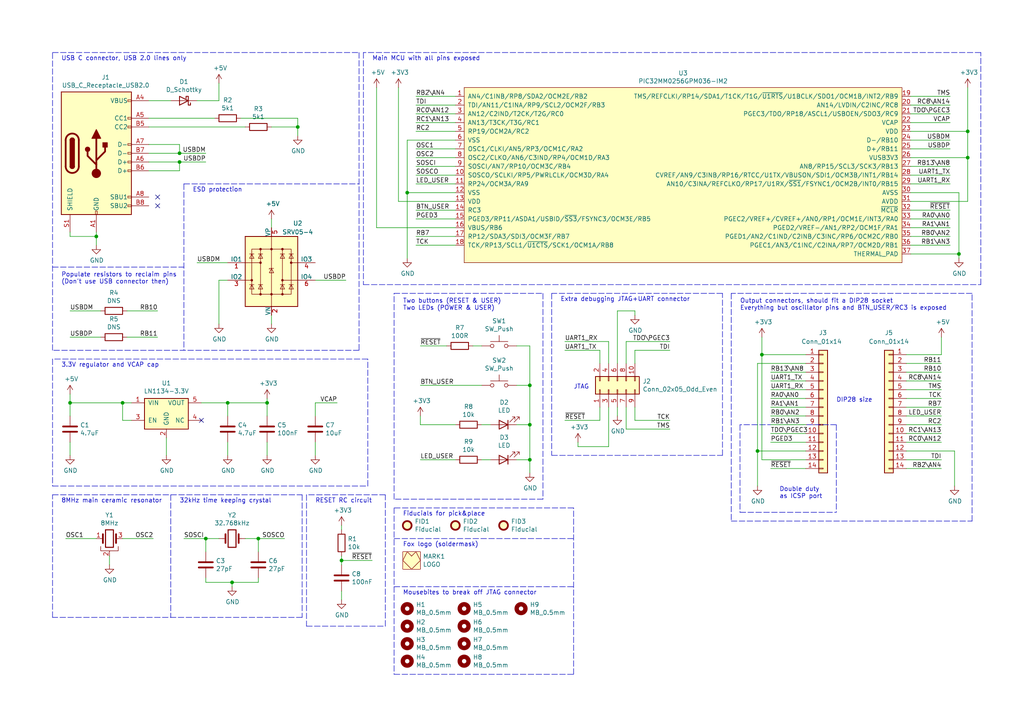
<source format=kicad_sch>
(kicad_sch (version 20211123) (generator eeschema)
  (paper "A4")
  (title_block (title "Green fox PIC32MM board") (date "2021-01-17") (rev "Rev1") (company "Neofoxx") (comment 3 "Fits in DIP28 socket, with breakaway programming header") (comment 4 "PIC32MM \"Green fox\" dev board"))
  (lib_symbols
    (symbol "Connector:USB_C_Receptacle_USB2.0" (pin_names (offset 1.016))
      (property "Reference" "J" (at -10.16 19.05 0))
      (property "Value" "USB_C_Receptacle_USB2.0" (at 19.05 19.05 0))
      (symbol "USB_C_Receptacle_USB2.0_1_1"
        (pin passive line (at 0 -22.86 90) (length 5.08) (name "GND") (number "A1"))
        (pin passive line (at 0 -22.86 90) (length 5.08) hide (name "GND") (number "A12"))
        (pin passive line (at 15.24 15.24 180) (length 5.08) (name "VBUS") (number "A4"))
        (pin bidirectional line (at 15.24 10.16 180) (length 5.08) (name "CC1") (number "A5"))
        (pin bidirectional line (at 15.24 -2.54 180) (length 5.08) (name "D+") (number "A6"))
        (pin bidirectional line (at 15.24 2.54 180) (length 5.08) (name "D-") (number "A7"))
        (pin bidirectional line (at 15.24 -12.7 180) (length 5.08) (name "SBU1") (number "A8"))
        (pin passive line (at 15.24 15.24 180) (length 5.08) hide (name "VBUS") (number "A9"))
        (pin passive line (at 0 -22.86 90) (length 5.08) hide (name "GND") (number "B1"))
        (pin passive line (at 0 -22.86 90) (length 5.08) hide (name "GND") (number "B12"))
        (pin passive line (at 15.24 15.24 180) (length 5.08) hide (name "VBUS") (number "B4"))
        (pin bidirectional line (at 15.24 7.62 180) (length 5.08) (name "CC2") (number "B5"))
        (pin bidirectional line (at 15.24 -5.08 180) (length 5.08) (name "D+") (number "B6"))
        (pin bidirectional line (at 15.24 0 180) (length 5.08) (name "D-") (number "B7"))
        (pin bidirectional line (at 15.24 -15.24 180) (length 5.08) (name "SBU2") (number "B8"))
        (pin passive line (at 15.24 15.24 180) (length 5.08) hide (name "VBUS") (number "B9"))
        (pin passive line (at -7.62 -22.86 90) (length 5.08) (name "SHIELD") (number "S1"))
      )
    )
    (symbol "Connector_Generic:Conn_01x14" (pin_names (offset 1.016) hide)
      (property "Reference" "J" (at 0 17.78 0))
      (property "Value" "Conn_01x14" (at 0 -20.32 0))
      (symbol "Conn_01x14_1_1"
        (pin passive line (at -5.08 15.24 0) (length 3.81) (name "Pin_1") (number "1"))
        (pin passive line (at -5.08 -7.62 0) (length 3.81) (name "Pin_10") (number "10"))
        (pin passive line (at -5.08 -10.16 0) (length 3.81) (name "Pin_11") (number "11"))
        (pin passive line (at -5.08 -12.7 0) (length 3.81) (name "Pin_12") (number "12"))
        (pin passive line (at -5.08 -15.24 0) (length 3.81) (name "Pin_13") (number "13"))
        (pin passive line (at -5.08 -17.78 0) (length 3.81) (name "Pin_14") (number "14"))
        (pin passive line (at -5.08 12.7 0) (length 3.81) (name "Pin_2") (number "2"))
        (pin passive line (at -5.08 10.16 0) (length 3.81) (name "Pin_3") (number "3"))
        (pin passive line (at -5.08 7.62 0) (length 3.81) (name "Pin_4") (number "4"))
        (pin passive line (at -5.08 5.08 0) (length 3.81) (name "Pin_5") (number "5"))
        (pin passive line (at -5.08 2.54 0) (length 3.81) (name "Pin_6") (number "6"))
        (pin passive line (at -5.08 0 0) (length 3.81) (name "Pin_7") (number "7"))
        (pin passive line (at -5.08 -2.54 0) (length 3.81) (name "Pin_8") (number "8"))
        (pin passive line (at -5.08 -5.08 0) (length 3.81) (name "Pin_9") (number "9"))
      )
    )
    (symbol "Connector_Generic:Conn_02x05_Odd_Even" (pin_names (offset 1.016) hide)
      (property "Reference" "J" (at 1.27 7.62 0))
      (property "Value" "Conn_02x05_Odd_Even" (at 1.27 -7.62 0))
      (symbol "Conn_02x05_Odd_Even_1_1"
        (pin passive line (at -5.08 5.08 0) (length 3.81) (name "Pin_1") (number "1"))
        (pin passive line (at 7.62 -5.08 180) (length 3.81) (name "Pin_10") (number "10"))
        (pin passive line (at 7.62 5.08 180) (length 3.81) (name "Pin_2") (number "2"))
        (pin passive line (at -5.08 2.54 0) (length 3.81) (name "Pin_3") (number "3"))
        (pin passive line (at 7.62 2.54 180) (length 3.81) (name "Pin_4") (number "4"))
        (pin passive line (at -5.08 0 0) (length 3.81) (name "Pin_5") (number "5"))
        (pin passive line (at 7.62 0 180) (length 3.81) (name "Pin_6") (number "6"))
        (pin passive line (at -5.08 -2.54 0) (length 3.81) (name "Pin_7") (number "7"))
        (pin passive line (at 7.62 -2.54 180) (length 3.81) (name "Pin_8") (number "8"))
        (pin passive line (at -5.08 -5.08 0) (length 3.81) (name "Pin_9") (number "9"))
      )
    )
    (symbol "Device:C" (pin_numbers hide) (pin_names (offset 0.254))
      (property "Reference" "C" (at 0.635 2.54 0))
      (property "Value" "C" (at 0.635 -2.54 0))
      (symbol "C_1_1"
        (pin passive line (at 0 3.81 270) (length 2.794) (name "~") (number "1"))
        (pin passive line (at 0 -3.81 90) (length 2.794) (name "~") (number "2"))
      )
    )
    (symbol "Device:Crystal" (pin_numbers hide) (pin_names (offset 1.016) hide)
      (property "Reference" "Y" (at 0 3.81 0))
      (property "Value" "Crystal" (at 0 -3.81 0))
      (symbol "Crystal_1_1"
        (pin passive line (at -3.81 0 0) (length 1.27) (name "1") (number "1"))
        (pin passive line (at 3.81 0 180) (length 1.27) (name "2") (number "2"))
      )
    )
    (symbol "Device:Crystal_GND2" (pin_names (offset 1.016) hide)
      (property "Reference" "Y" (at 0 5.715 0))
      (property "Value" "Crystal_GND2" (at 0 3.81 0))
      (symbol "Crystal_GND2_1_1"
        (pin passive line (at -3.81 0 0) (length 1.27) (name "1") (number "1"))
        (pin passive line (at 0 -5.08 90) (length 1.27) (name "2") (number "2"))
        (pin passive line (at 3.81 0 180) (length 1.27) (name "3") (number "3"))
      )
    )
    (symbol "Device:D_Schottky" (pin_numbers hide) (pin_names (offset 1.016) hide)
      (property "Reference" "D" (at 0 2.54 0))
      (property "Value" "D_Schottky" (at 0 -2.54 0))
      (symbol "D_Schottky_1_1"
        (pin passive line (at -3.81 0 0) (length 2.54) (name "K") (number "1"))
        (pin passive line (at 3.81 0 180) (length 2.54) (name "A") (number "2"))
      )
    )
    (symbol "Device:LED" (pin_numbers hide) (pin_names (offset 1.016) hide)
      (property "Reference" "D" (at 0 2.54 0))
      (property "Value" "LED" (at 0 -2.54 0))
      (symbol "LED_1_1"
        (pin passive line (at -3.81 0 0) (length 2.54) (name "K") (number "1"))
        (pin passive line (at 3.81 0 180) (length 2.54) (name "A") (number "2"))
      )
    )
    (symbol "Device:R" (pin_numbers hide) (pin_names (offset 0))
      (property "Reference" "R" (at 2.032 0 90))
      (property "Value" "R" (at 0 0 90))
      (symbol "R_1_1"
        (pin passive line (at 0 3.81 270) (length 1.27) (name "~") (number "1"))
        (pin passive line (at 0 -3.81 90) (length 1.27) (name "~") (number "2"))
      )
    )
    (symbol "Kicad_Library:LN1134-3.3V" (pin_names (offset 1.016))
      (property "Reference" "U" (at 0 8.89 0))
      (property "Value" "Kicad_Library_LN1134-3.3V" (at 0 6.35 0))
      (symbol "LN1134-3.3V_1_1"
        (pin power_in line (at -10.16 2.54 0) (length 3.81) (name "VIN") (number "1"))
        (pin power_in line (at 0 -7.62 90) (length 2.54) (name "GND") (number "2"))
        (pin input line (at -10.16 -2.54 0) (length 3.81) (name "EN") (number "3"))
        (pin bidirectional line (at 10.16 -2.54 180) (length 3.81) (name "NC") (number "4"))
        (pin power_out line (at 10.16 2.54 180) (length 3.81) (name "VOUT") (number "5"))
      )
    )
    (symbol "Kicad_Library:LOGO" (pin_names (offset 1.016))
      (property "Reference" "MARK" (at 0 3.81 0))
      (property "Value" "Kicad_Library_LOGO" (at 0 6.35 0))
    )
    (symbol "Kicad_Library:PIC32MM0256GPM036-IM2" (pin_names (offset 1.016))
      (property "Reference" "U" (at 0 27.94 0))
      (property "Value" "Kicad_Library_PIC32MM0256GPM036-IM2" (at 0 30.48 0))
      (symbol "PIC32MM0256GPM036-IM2_1_1"
        (pin passive line (at -66.04 21.59 0) (length 2.54) (name "AN4/C1INB/RP8/SDA2/OCM2E/RB2") (number "1"))
        (pin passive line (at -66.04 -1.27 0) (length 2.54) (name "SOSCO/SCLKI/RP5/PWRLCLK/OCM3D/RA4") (number "10"))
        (pin passive line (at -66.04 -3.81 0) (length 2.54) (name "RP24/OCM3A/RA9") (number "11"))
        (pin passive line (at -66.04 -6.35 0) (length 2.54) (name "VSS") (number "12"))
        (pin passive line (at -66.04 -8.89 0) (length 2.54) (name "VDD") (number "13"))
        (pin passive line (at -66.04 -11.43 0) (length 2.54) (name "RC3") (number "14"))
        (pin passive line (at -66.04 -13.97 0) (length 2.54) (name "PGED3/RP11/ASDA1/USBID/~{SS3}/FSYNC3/OCM3E/RB5") (number "15"))
        (pin passive line (at -66.04 -16.51 0) (length 2.54) (name "VBUS/RB6") (number "16"))
        (pin passive line (at -66.04 -19.05 0) (length 2.54) (name "RP12/SDA3/SDI3/OCM3F/RB7") (number "17"))
        (pin passive line (at -66.04 -21.59 0) (length 2.54) (name "TCK/RP13/SCL1/~{U1CTS}/SCK1/OCM1A/RB8") (number "18"))
        (pin passive line (at 66.04 21.59 180) (length 2.54) (name "TMS/REFCLKI/RP14/SDA1/T1CK/T1G/~{U1RTS}/U1BCLK/SDO1/OCM1B/INT2/RB9") (number "19"))
        (pin passive line (at -66.04 19.05 0) (length 2.54) (name "TDI/AN11/C1INA/RP9/SCL2/OCM2F/RB3") (number "2"))
        (pin passive line (at 66.04 19.05 180) (length 2.54) (name "AN14/LVDIN/C2INC/RC8") (number "20"))
        (pin passive line (at 66.04 16.51 180) (length 2.54) (name "PGEC3/TDO/RP18/ASCL1/USBOEN/SDO3/RC9") (number "21"))
        (pin passive line (at 66.04 13.97 180) (length 2.54) (name "VCAP") (number "22"))
        (pin passive line (at 66.04 11.43 180) (length 2.54) (name "VDD") (number "23"))
        (pin passive line (at 66.04 8.89 180) (length 2.54) (name "D-/RB10") (number "24"))
        (pin passive line (at 66.04 6.35 180) (length 2.54) (name "D+/RB11") (number "25"))
        (pin passive line (at 66.04 3.81 180) (length 2.54) (name "VUSB3V3") (number "26"))
        (pin passive line (at 66.04 1.27 180) (length 2.54) (name "AN8/RP15/SCL3/SCK3/RB13") (number "27"))
        (pin passive line (at 66.04 -1.27 180) (length 2.54) (name "CVREF/AN9/C3INB/RP16/RTCC/U1TX/VBUSON/SDI1/OCM3B/INT1/RB14") (number "28"))
        (pin passive line (at 66.04 -3.81 180) (length 2.54) (name "AN10/C3INA/REFCLKO/RP17/U1RX/~{SS1}/FSYNC1/OCM2B/INT0/RB15") (number "29"))
        (pin passive line (at -66.04 16.51 0) (length 2.54) (name "AN12/C2IND/T2CK/T2G/RC0") (number "3"))
        (pin passive line (at 66.04 -6.35 180) (length 2.54) (name "AVSS") (number "30"))
        (pin passive line (at 66.04 -8.89 180) (length 2.54) (name "AVDD") (number "31"))
        (pin passive line (at 66.04 -11.43 180) (length 2.54) (name "~{MCLR}") (number "32"))
        (pin passive line (at 66.04 -13.97 180) (length 2.54) (name "PGEC2/VREF+/CVREF+/AN0/RP1/OCM1E/INT3/RA0") (number "33"))
        (pin passive line (at 66.04 -16.51 180) (length 2.54) (name "PGED2/VREF-/AN1/RP2/OCM1F/RA1") (number "34"))
        (pin passive line (at 66.04 -19.05 180) (length 2.54) (name "PGED1/AN2/C1IND/C2INB/C3INC/RP6/OCM2C/RB0") (number "35"))
        (pin passive line (at 66.04 -21.59 180) (length 2.54) (name "PGEC1/AN3/C1INC/C2INA/RP7/OCM2D/RB1") (number "36"))
        (pin passive line (at 66.04 -24.13 180) (length 2.54) (name "THERMAL_PAD") (number "37"))
        (pin passive line (at -66.04 13.97 0) (length 2.54) (name "AN13/T3CK/T3G/RC1") (number "4"))
        (pin passive line (at -66.04 11.43 0) (length 2.54) (name "RP19/OCM2A/RC2") (number "5"))
        (pin passive line (at -66.04 8.89 0) (length 2.54) (name "VSS") (number "6"))
        (pin passive line (at -66.04 6.35 0) (length 2.54) (name "OSC1/CLKI/AN5/RP3/OCM1C/RA2") (number "7"))
        (pin passive line (at -66.04 3.81 0) (length 2.54) (name "OSC2/CLKO/AN6/C3IND/RP4/OCM1D/RA3") (number "8"))
        (pin passive line (at -66.04 1.27 0) (length 2.54) (name "SOSCI/AN7/RP10/OCM3C/RB4") (number "9"))
      )
    )
    (symbol "Mechanical:Fiducial"
      (property "Reference" "FID" (at 0 5.08 0))
      (property "Value" "Fiducial" (at 0 3.175 0))
    )
    (symbol "Mechanical:MountingHole" (pin_names (offset 1.016))
      (property "Reference" "H" (at 0 5.08 0))
      (property "Value" "MountingHole" (at 0 3.175 0))
    )
    (symbol "Power_Protection:SRV05-4" (pin_names (offset 0))
      (property "Reference" "U" (at -5.08 11.43 0))
      (property "Value" "SRV05-4" (at 2.54 11.43 0))
      (symbol "SRV05-4_1_1"
        (pin passive line (at -12.7 2.54 0) (length 5.08) (name "IO1") (number "1"))
        (pin passive line (at 0 -12.7 90) (length 2.54) (name "VN") (number "2"))
        (pin passive line (at -12.7 -2.54 0) (length 5.08) (name "IO2") (number "3"))
        (pin passive line (at 12.7 2.54 180) (length 5.08) (name "IO3") (number "4"))
        (pin passive line (at 0 12.7 270) (length 2.54) (name "VP") (number "5"))
        (pin passive line (at 12.7 -2.54 180) (length 5.08) (name "IO4") (number "6"))
      )
    )
    (symbol "Switch:SW_Push" (pin_numbers hide) (pin_names (offset 1.016) hide)
      (property "Reference" "SW" (at 1.27 2.54 0))
      (property "Value" "SW_Push" (at 0 -1.524 0))
      (symbol "SW_Push_0_1"
        (pin passive line (at -5.08 0 0) (length 2.54) (name "1") (number "1"))
        (pin passive line (at 5.08 0 180) (length 2.54) (name "2") (number "2"))
      )
    )
    (symbol "power:+3V3" (power) (pin_names (offset 0))
      (property "Value" "+3V3" (at 0 3.556 0))
      (symbol "+3V3_1_1"
        (pin power_in line (at 0 0 90) (length 0) hide (name "+3V3") (number "1"))
      )
    )
    (symbol "power:+5V" (power) (pin_names (offset 0))
      (property "Value" "+5V" (at 0 3.556 0))
      (symbol "+5V_1_1"
        (pin power_in line (at 0 0 90) (length 0) hide (name "+5V") (number "1"))
      )
    )
    (symbol "power:GND" (power) (pin_names (offset 0))
      (property "Value" "GND" (at 0 -3.81 0))
      (symbol "GND_1_1"
        (pin power_in line (at 0 0 270) (length 0) hide (name "GND") (number "1"))
      )
    )
  )
  (junction (at 20.32 116.84))
  (junction (at 77.47 116.84))
  (junction (at 153.67 111.76))
  (junction (at 74.93 156.21))
  (junction (at 66.04 116.84))
  (junction (at 278.13 73.66))
  (junction (at 52.07 44.45))
  (junction (at 118.11 55.88))
  (junction (at 59.69 156.21))
  (junction (at 219.71 130.81))
  (junction (at 52.07 46.99))
  (junction (at 280.67 45.72))
  (junction (at 86.36 36.83))
  (junction (at 280.67 38.1))
  (junction (at 99.06 162.56))
  (junction (at 67.31 168.91))
  (junction (at 220.98 102.87))
  (junction (at 35.56 116.84))
  (junction (at 153.67 133.35))
  (junction (at 27.94 68.58))
  (junction (at 153.67 123.19))
  (no_connect (at 45.72 57.15))
  (no_connect (at 58.42 121.92))
  (no_connect (at 45.72 59.69))
  (wire (pts (xy 121.92 123.19) (xy 121.92 120.65)))
  (wire (pts (xy 115.57 25.4) (xy 115.57 58.42)))
  (wire (pts (xy 132.08 123.19) (xy 121.92 123.19)))
  (wire (pts (xy 181.61 124.46) (xy 194.31 124.46)))
  (polyline (pts (xy 160.02 85.09) (xy 160.02 132.08)))
  (wire (pts (xy 91.44 116.84) (xy 97.79 116.84)))
  (wire (pts (xy 264.16 53.34) (xy 275.59 53.34)))
  (wire (pts (xy 153.67 100.33) (xy 153.67 111.76)))
  (polyline (pts (xy 166.37 147.32) (xy 114.3 147.32)))
  (wire (pts (xy 233.68 135.89) (xy 223.52 135.89)))
  (wire (pts (xy 264.16 58.42) (xy 280.67 58.42)))
  (wire (pts (xy 91.44 132.08) (xy 91.44 128.27)))
  (wire (pts (xy 120.65 27.94) (xy 132.08 27.94)))
  (polyline (pts (xy 209.55 85.09) (xy 160.02 85.09)))
  (wire (pts (xy 132.08 68.58) (xy 120.65 68.58)))
  (wire (pts (xy 99.06 173.99) (xy 99.06 171.45)))
  (wire (pts (xy 264.16 55.88) (xy 278.13 55.88)))
  (wire (pts (xy 48.26 127) (xy 48.26 132.08)))
  (wire (pts (xy 120.65 43.18) (xy 132.08 43.18)))
  (wire (pts (xy 149.86 133.35) (xy 153.67 133.35)))
  (polyline (pts (xy 114.3 147.32) (xy 114.3 195.58)))
  (wire (pts (xy 264.16 73.66) (xy 278.13 73.66)))
  (polyline (pts (xy 281.94 85.09) (xy 212.09 85.09)))
  (wire (pts (xy 120.65 71.12) (xy 132.08 71.12)))
  (polyline (pts (xy 114.3 144.78) (xy 114.3 85.09)))
  (polyline (pts (xy 49.53 143.51) (xy 49.53 179.07)))
  (wire (pts (xy 120.65 45.72) (xy 132.08 45.72)))
  (polyline (pts (xy 111.76 143.51) (xy 88.9 143.51)))
  (wire (pts (xy 273.05 102.87) (xy 273.05 97.79)))
  (wire (pts (xy 276.86 130.81) (xy 276.86 140.97)))
  (polyline (pts (xy 284.48 82.55) (xy 284.48 15.24)))
  (wire (pts (xy 132.08 133.35) (xy 121.92 133.35)))
  (wire (pts (xy 280.67 45.72) (xy 280.67 58.42)))
  (polyline (pts (xy 15.24 101.6) (xy 15.24 15.24)))
  (wire (pts (xy 264.16 66.04) (xy 275.59 66.04)))
  (wire (pts (xy 27.94 68.58) (xy 27.94 71.12)))
  (wire (pts (xy 36.83 90.17) (xy 45.72 90.17)))
  (wire (pts (xy 63.5 29.21) (xy 63.5 24.13)))
  (wire (pts (xy 233.68 123.19) (xy 223.52 123.19)))
  (wire (pts (xy 58.42 116.84) (xy 66.04 116.84)))
  (polyline (pts (xy 242.57 123.19) (xy 214.63 123.19)))
  (wire (pts (xy 262.89 105.41) (xy 273.05 105.41)))
  (wire (pts (xy 91.44 81.28) (xy 100.33 81.28)))
  (polyline (pts (xy 284.48 15.24) (xy 105.41 15.24)))
  (wire (pts (xy 273.05 125.73) (xy 262.89 125.73)))
  (wire (pts (xy 132.08 38.1) (xy 120.65 38.1)))
  (wire (pts (xy 35.56 121.92) (xy 35.56 116.84)))
  (wire (pts (xy 99.06 162.56) (xy 107.95 162.56)))
  (wire (pts (xy 233.68 128.27) (xy 223.52 128.27)))
  (wire (pts (xy 59.69 156.21) (xy 53.34 156.21)))
  (wire (pts (xy 77.47 116.84) (xy 77.47 115.57)))
  (wire (pts (xy 43.18 34.29) (xy 62.23 34.29)))
  (wire (pts (xy 109.22 66.04) (xy 109.22 25.4)))
  (wire (pts (xy 233.68 105.41) (xy 219.71 105.41)))
  (polyline (pts (xy 114.3 195.58) (xy 166.37 195.58)))
  (wire (pts (xy 262.89 110.49) (xy 273.05 110.49)))
  (wire (pts (xy 77.47 128.27) (xy 77.47 132.08)))
  (wire (pts (xy 278.13 55.88) (xy 278.13 73.66)))
  (wire (pts (xy 273.05 135.89) (xy 262.89 135.89)))
  (wire (pts (xy 153.67 133.35) (xy 153.67 137.16)))
  (polyline (pts (xy 104.14 101.6) (xy 15.24 101.6)))
  (wire (pts (xy 184.15 101.6) (xy 194.31 101.6)))
  (wire (pts (xy 43.18 29.21) (xy 49.53 29.21)))
  (polyline (pts (xy 114.3 170.18) (xy 166.37 170.18)))
  (wire (pts (xy 264.16 38.1) (xy 280.67 38.1)))
  (wire (pts (xy 233.68 115.57) (xy 223.52 115.57)))
  (wire (pts (xy 78.74 36.83) (xy 86.36 36.83)))
  (wire (pts (xy 142.24 123.19) (xy 139.7 123.19)))
  (polyline (pts (xy 212.09 151.13) (xy 281.94 151.13)))
  (wire (pts (xy 78.74 93.98) (xy 78.74 91.44)))
  (polyline (pts (xy 157.48 85.09) (xy 157.48 144.78)))
  (wire (pts (xy 173.99 101.6) (xy 163.83 101.6)))
  (polyline (pts (xy 15.24 143.51) (xy 87.63 143.51)))
  (wire (pts (xy 273.05 118.11) (xy 262.89 118.11)))
  (wire (pts (xy 29.21 90.17) (xy 20.32 90.17)))
  (wire (pts (xy 69.85 34.29) (xy 86.36 34.29)))
  (wire (pts (xy 59.69 160.02) (xy 59.69 156.21)))
  (wire (pts (xy 71.12 156.21) (xy 74.93 156.21)))
  (wire (pts (xy 52.07 46.99) (xy 59.69 46.99)))
  (wire (pts (xy 273.05 123.19) (xy 262.89 123.19)))
  (wire (pts (xy 233.68 102.87) (xy 220.98 102.87)))
  (wire (pts (xy 52.07 41.91) (xy 43.18 41.91)))
  (wire (pts (xy 20.32 97.79) (xy 29.21 97.79)))
  (wire (pts (xy 31.75 163.83) (xy 31.75 161.29)))
  (wire (pts (xy 264.16 27.94) (xy 275.59 27.94)))
  (wire (pts (xy 176.53 118.11) (xy 176.53 129.54)))
  (wire (pts (xy 173.99 121.92) (xy 163.83 121.92)))
  (wire (pts (xy 278.13 73.66) (xy 278.13 74.93)))
  (wire (pts (xy 20.32 116.84) (xy 35.56 116.84)))
  (polyline (pts (xy 105.41 82.55) (xy 284.48 82.55)))
  (polyline (pts (xy 15.24 179.07) (xy 15.24 143.51)))
  (wire (pts (xy 184.15 121.92) (xy 194.31 121.92)))
  (polyline (pts (xy 209.55 132.08) (xy 209.55 85.09)))
  (wire (pts (xy 176.53 129.54) (xy 167.64 129.54)))
  (wire (pts (xy 99.06 153.67) (xy 99.06 152.4)))
  (wire (pts (xy 233.68 110.49) (xy 223.52 110.49)))
  (wire (pts (xy 109.22 66.04) (xy 132.08 66.04)))
  (wire (pts (xy 82.55 156.21) (xy 74.93 156.21)))
  (polyline (pts (xy 15.24 140.97) (xy 106.68 140.97)))
  (wire (pts (xy 139.7 100.33) (xy 137.16 100.33)))
  (wire (pts (xy 275.59 68.58) (xy 264.16 68.58)))
  (wire (pts (xy 36.83 97.79) (xy 45.72 97.79)))
  (wire (pts (xy 264.16 40.64) (xy 275.59 40.64)))
  (wire (pts (xy 118.11 55.88) (xy 118.11 74.93)))
  (wire (pts (xy 52.07 46.99) (xy 52.07 49.53)))
  (wire (pts (xy 118.11 55.88) (xy 132.08 55.88)))
  (wire (pts (xy 66.04 132.08) (xy 66.04 128.27)))
  (wire (pts (xy 233.68 113.03) (xy 223.52 113.03)))
  (wire (pts (xy 115.57 58.42) (xy 132.08 58.42)))
  (wire (pts (xy 35.56 156.21) (xy 44.45 156.21)))
  (polyline (pts (xy 166.37 195.58) (xy 166.37 147.32)))
  (wire (pts (xy 233.68 118.11) (xy 223.52 118.11)))
  (wire (pts (xy 264.16 45.72) (xy 280.67 45.72)))
  (wire (pts (xy 20.32 68.58) (xy 27.94 68.58)))
  (wire (pts (xy 181.61 118.11) (xy 181.61 124.46)))
  (wire (pts (xy 153.67 123.19) (xy 153.67 133.35)))
  (wire (pts (xy 262.89 130.81) (xy 276.86 130.81)))
  (wire (pts (xy 153.67 111.76) (xy 153.67 123.19)))
  (polyline (pts (xy 160.02 132.08) (xy 209.55 132.08)))
  (wire (pts (xy 120.65 50.8) (xy 132.08 50.8)))
  (wire (pts (xy 179.07 90.17) (xy 184.15 90.17)))
  (wire (pts (xy 20.32 132.08) (xy 20.32 128.27)))
  (wire (pts (xy 66.04 120.65) (xy 66.04 116.84)))
  (polyline (pts (xy 53.34 53.34) (xy 104.14 53.34)))
  (wire (pts (xy 38.1 121.92) (xy 35.56 121.92)))
  (wire (pts (xy 66.04 81.28) (xy 63.5 81.28)))
  (wire (pts (xy 67.31 170.18) (xy 67.31 168.91)))
  (wire (pts (xy 120.65 35.56) (xy 132.08 35.56)))
  (wire (pts (xy 63.5 81.28) (xy 63.5 93.98)))
  (polyline (pts (xy 114.3 156.21) (xy 166.37 156.21)))
  (wire (pts (xy 176.53 99.06) (xy 163.83 99.06)))
  (polyline (pts (xy 104.14 15.24) (xy 104.14 101.6)))
  (wire (pts (xy 118.11 40.64) (xy 132.08 40.64)))
  (wire (pts (xy 59.69 156.21) (xy 63.5 156.21)))
  (wire (pts (xy 219.71 105.41) (xy 219.71 130.81)))
  (polyline (pts (xy 87.63 143.51) (xy 87.63 179.07)))
  (wire (pts (xy 52.07 44.45) (xy 59.69 44.45)))
  (wire (pts (xy 262.89 107.95) (xy 273.05 107.95)))
  (wire (pts (xy 275.59 48.26) (xy 264.16 48.26)))
  (polyline (pts (xy 212.09 85.09) (xy 212.09 151.13)))
  (wire (pts (xy 129.54 100.33) (xy 121.92 100.33)))
  (wire (pts (xy 149.86 111.76) (xy 153.67 111.76)))
  (wire (pts (xy 139.7 133.35) (xy 142.24 133.35)))
  (wire (pts (xy 120.65 63.5) (xy 132.08 63.5)))
  (wire (pts (xy 220.98 102.87) (xy 220.98 97.79)))
  (wire (pts (xy 233.68 107.95) (xy 223.52 107.95)))
  (polyline (pts (xy 87.63 179.07) (xy 15.24 179.07)))
  (polyline (pts (xy 242.57 123.19) (xy 242.57 148.59)))
  (wire (pts (xy 20.32 120.65) (xy 20.32 116.84)))
  (wire (pts (xy 264.16 63.5) (xy 275.59 63.5)))
  (wire (pts (xy 275.59 30.48) (xy 264.16 30.48)))
  (wire (pts (xy 173.99 118.11) (xy 173.99 121.92)))
  (polyline (pts (xy 88.9 181.61) (xy 111.76 181.61)))
  (polyline (pts (xy 53.34 53.34) (xy 53.34 101.6)))
  (polyline (pts (xy 15.24 77.47) (xy 53.34 77.47)))
  (wire (pts (xy 264.16 60.96) (xy 275.59 60.96)))
  (wire (pts (xy 99.06 162.56) (xy 99.06 161.29)))
  (wire (pts (xy 219.71 130.81) (xy 233.68 130.81)))
  (wire (pts (xy 149.86 100.33) (xy 153.67 100.33)))
  (wire (pts (xy 43.18 46.99) (xy 52.07 46.99)))
  (wire (pts (xy 59.69 167.64) (xy 59.69 168.91)))
  (wire (pts (xy 219.71 130.81) (xy 219.71 140.97)))
  (wire (pts (xy 264.16 43.18) (xy 275.59 43.18)))
  (wire (pts (xy 264.16 71.12) (xy 275.59 71.12)))
  (polyline (pts (xy 15.24 15.24) (xy 104.14 15.24)))
  (wire (pts (xy 273.05 115.57) (xy 262.89 115.57)))
  (wire (pts (xy 43.18 36.83) (xy 71.12 36.83)))
  (wire (pts (xy 74.93 168.91) (xy 74.93 167.64)))
  (wire (pts (xy 57.15 29.21) (xy 63.5 29.21)))
  (wire (pts (xy 27.94 156.21) (xy 19.05 156.21)))
  (wire (pts (xy 273.05 128.27) (xy 262.89 128.27)))
  (polyline (pts (xy 281.94 151.13) (xy 281.94 85.09)))
  (polyline (pts (xy 111.76 181.61) (xy 111.76 143.51)))
  (wire (pts (xy 43.18 44.45) (xy 52.07 44.45)))
  (polyline (pts (xy 15.24 104.14) (xy 15.24 140.97)))
  (wire (pts (xy 273.05 113.03) (xy 262.89 113.03)))
  (wire (pts (xy 20.32 114.3) (xy 20.32 116.84)))
  (wire (pts (xy 280.67 38.1) (xy 280.67 45.72)))
  (wire (pts (xy 66.04 76.2) (xy 57.15 76.2)))
  (wire (pts (xy 233.68 125.73) (xy 223.52 125.73)))
  (wire (pts (xy 184.15 105.41) (xy 184.15 101.6)))
  (wire (pts (xy 220.98 102.87) (xy 220.98 133.35)))
  (polyline (pts (xy 106.68 104.14) (xy 15.24 104.14)))
  (wire (pts (xy 179.07 118.11) (xy 179.07 120.65)))
  (wire (pts (xy 184.15 90.17) (xy 184.15 91.44)))
  (wire (pts (xy 220.98 133.35) (xy 233.68 133.35)))
  (wire (pts (xy 74.93 156.21) (xy 74.93 160.02)))
  (wire (pts (xy 52.07 49.53) (xy 43.18 49.53)))
  (wire (pts (xy 118.11 40.64) (xy 118.11 55.88)))
  (wire (pts (xy 86.36 34.29) (xy 86.36 36.83)))
  (polyline (pts (xy 214.63 148.59) (xy 242.57 148.59)))
  (wire (pts (xy 264.16 50.8) (xy 275.59 50.8)))
  (wire (pts (xy 99.06 163.83) (xy 99.06 162.56)))
  (wire (pts (xy 184.15 118.11) (xy 184.15 121.92)))
  (wire (pts (xy 52.07 44.45) (xy 52.07 41.91)))
  (wire (pts (xy 280.67 25.4) (xy 280.67 38.1)))
  (wire (pts (xy 77.47 120.65) (xy 77.47 116.84)))
  (wire (pts (xy 149.86 123.19) (xy 153.67 123.19)))
  (wire (pts (xy 176.53 105.41) (xy 176.53 99.06)))
  (wire (pts (xy 173.99 105.41) (xy 173.99 101.6)))
  (polyline (pts (xy 157.48 144.78) (xy 114.3 144.78)))
  (wire (pts (xy 264.16 35.56) (xy 275.59 35.56)))
  (wire (pts (xy 120.65 60.96) (xy 132.08 60.96)))
  (wire (pts (xy 120.65 53.34) (xy 132.08 53.34)))
  (wire (pts (xy 273.05 120.65) (xy 262.89 120.65)))
  (wire (pts (xy 262.89 102.87) (xy 273.05 102.87)))
  (wire (pts (xy 132.08 48.26) (xy 120.65 48.26)))
  (wire (pts (xy 181.61 105.41) (xy 181.61 99.06)))
  (wire (pts (xy 233.68 120.65) (xy 223.52 120.65)))
  (wire (pts (xy 78.74 66.04) (xy 78.74 63.5)))
  (wire (pts (xy 35.56 116.84) (xy 38.1 116.84)))
  (wire (pts (xy 59.69 168.91) (xy 67.31 168.91)))
  (wire (pts (xy 120.65 33.02) (xy 132.08 33.02)))
  (polyline (pts (xy 214.63 123.19) (xy 214.63 148.59)))
  (wire (pts (xy 86.36 36.83) (xy 86.36 39.37)))
  (wire (pts (xy 181.61 99.06) (xy 194.31 99.06)))
  (polyline (pts (xy 105.41 15.24) (xy 105.41 82.55)))
  (wire (pts (xy 67.31 168.91) (xy 74.93 168.91)))
  (wire (pts (xy 20.32 67.31) (xy 20.32 68.58)))
  (wire (pts (xy 179.07 105.41) (xy 179.07 90.17)))
  (wire (pts (xy 273.05 133.35) (xy 262.89 133.35)))
  (wire (pts (xy 132.08 30.48) (xy 120.65 30.48)))
  (wire (pts (xy 167.64 129.54) (xy 167.64 128.27)))
  (wire (pts (xy 91.44 120.65) (xy 91.44 116.84)))
  (wire (pts (xy 264.16 33.02) (xy 275.59 33.02)))
  (wire (pts (xy 27.94 67.31) (xy 27.94 68.58)))
  (polyline (pts (xy 114.3 85.09) (xy 157.48 85.09)))
  (wire (pts (xy 121.92 111.76) (xy 139.7 111.76)))
  (polyline (pts (xy 88.9 143.51) (xy 88.9 181.61)))
  (polyline (pts (xy 106.68 140.97) (xy 106.68 104.14)))
  (wire (pts (xy 66.04 116.84) (xy 77.47 116.84)))
  (text "Two buttons (RESET & USER)\nTwo LEDs (POWER & USER)" (at 116.84 90.17 0) (effects (font (size 1.27 1.27)) (justify left bottom)))
  (text "ESD protection" (at 55.88 55.88 0) (effects (font (size 1.27 1.27)) (justify left bottom)))
  (text "USB C connector, USB 2.0 lines only" (at 17.78 17.78 0) (effects (font (size 1.27 1.27)) (justify left bottom)))
  (text "DIP28 size" (at 242.57 116.84 0) (effects (font (size 1.27 1.27)) (justify left bottom)))
  (text "Main MCU with all pins exposed" (at 107.95 17.78 0) (effects (font (size 1.27 1.27)) (justify left bottom)))
  (text "Extra debugging JTAG+UART connector" (at 162.56 87.63 0) (effects (font (size 1.27 1.27)) (justify left bottom)))
  (text "Fox logo (soldermask)" (at 116.84 158.75 0) (effects (font (size 1.27 1.27)) (justify left bottom)))
  (text "Output connectors, should fit a DIP28 socket\nEverything but oscillator pins and BTN_USER/RC3 is exposed" (at 214.63 90.17 0) (effects (font (size 1.27 1.27)) (justify left bottom)))
  (text "Fiducials for pick&place" (at 116.84 149.86 0) (effects (font (size 1.27 1.27)) (justify left bottom)))
  (text "32kHz time keeping crystal" (at 52.07 146.05 0) (effects (font (size 1.27 1.27)) (justify left bottom)))
  (text "Mousebites to break off JTAG connector" (at 116.84 172.72 0) (effects (font (size 1.27 1.27)) (justify left bottom)))
  (text "3.3V regulator and VCAP cap" (at 17.78 106.68 0) (effects (font (size 1.27 1.27)) (justify left bottom)))
  (text "8MHz main ceramic resonator" (at 17.78 146.05 0) (effects (font (size 1.27 1.27)) (justify left bottom)))
  (text "Double duty\nas ICSP port" (at 226.06 144.78 0) (effects (font (size 1.27 1.27)) (justify left bottom)))
  (text "Populate resistors to reclaim pins\n(Don't use USB connector then)" (at 17.78 82.55 0) (effects (font (size 1.27 1.27)) (justify left bottom)))
  (text "RESET RC circuit" (at 91.44 146.05 0) (effects (font (size 1.27 1.27)) (justify left bottom)))
  (text "JTAG" (at 166.37 113.03 0) (effects (font (size 1.27 1.27)) (justify left bottom)))
  (label "SOSCI" (at 53.34 156.21 0))
  (label "UART1_RX" (at 223.52 113.03 0))
  (label "~{RESET}" (at 107.95 162.56 180))
  (label "PGED3" (at 120.65 63.5 0))
  (label "RC0\\AN12" (at 273.05 128.27 180))
  (label "SOSCO" (at 120.65 50.8 0))
  (label "RB0\\AN2" (at 223.52 120.65 0))
  (label "LED_USER" (at 120.65 53.34 0))
  (label "RB11" (at 273.05 105.41 180))
  (label "RC2" (at 120.65 38.1 0))
  (label "RB10" (at 45.72 90.17 180))
  (label "RA1\\AN1" (at 275.59 66.04 180))
  (label "TDI" (at 120.65 30.48 0))
  (label "RC1\\AN13" (at 120.65 35.56 0))
  (label "RC1\\AN13" (at 273.05 125.73 180))
  (label "RB7" (at 120.65 68.58 0))
  (label "TDO\\PGEC3" (at 275.59 33.02 180))
  (label "TCK" (at 273.05 115.57 180))
  (label "USBDM" (at 57.15 76.2 0))
  (label "UART1_TX" (at 275.59 50.8 180))
  (label "RB7" (at 273.05 118.11 180))
  (label "RB11" (at 45.72 97.79 180))
  (label "~{RESET}" (at 275.59 60.96 180))
  (label "USBDP" (at 100.33 81.28 180))
  (label "TCK" (at 120.65 71.12 0))
  (label "OSC1" (at 120.65 43.18 0))
  (label "~{RESET}" (at 223.52 135.89 0))
  (label "USBDM" (at 275.59 40.64 180))
  (label "TDO\\PGEC3" (at 223.52 125.73 0))
  (label "UART1_TX" (at 223.52 110.49 0))
  (label "UART1_TX" (at 163.83 101.6 0))
  (label "RB2\\AN4" (at 273.05 135.89 180))
  (label "RA1\\AN1" (at 223.52 118.11 0))
  (label "TDI" (at 194.31 101.6 180))
  (label "OSC2" (at 44.45 156.21 180))
  (label "TMS" (at 194.31 124.46 180))
  (label "RC0\\AN12" (at 120.65 33.02 0))
  (label "RB1\\AN3" (at 275.59 71.12 180))
  (label "RC2" (at 273.05 123.19 180))
  (label "RB2\\AN4" (at 120.65 27.94 0))
  (label "RC8\\AN14" (at 275.59 30.48 180))
  (label "RB0\\AN2" (at 275.59 68.58 180))
  (label "TMS" (at 275.59 27.94 180))
  (label "RA0\\AN0" (at 275.59 63.5 180))
  (label "TCK" (at 194.31 121.92 180))
  (label "TDI" (at 273.05 133.35 180))
  (label "OSC2" (at 120.65 45.72 0))
  (label "USBDM" (at 20.32 90.17 0))
  (label "LED_USER" (at 121.92 133.35 0))
  (label "RB10" (at 273.05 107.95 180))
  (label "LED_USER" (at 273.05 120.65 180))
  (label "BTN_USER" (at 121.92 111.76 0))
  (label "USBDP" (at 275.59 43.18 180))
  (label "TMS" (at 273.05 113.03 180))
  (label "RB13\\AN8" (at 275.59 48.26 180))
  (label "UART1_RX" (at 163.83 99.06 0))
  (label "~{RESET}" (at 121.92 100.33 0))
  (label "SOSCO" (at 82.55 156.21 180))
  (label "USBDP" (at 20.32 97.79 0))
  (label "VCAP" (at 97.79 116.84 180))
  (label "UART1_RX" (at 275.59 53.34 180))
  (label "SOSCI" (at 120.65 48.26 0))
  (label "PGED3" (at 223.52 128.27 0))
  (label "OSC1" (at 19.05 156.21 0))
  (label "RC8\\AN14" (at 273.05 110.49 180))
  (label "RA0\\AN0" (at 223.52 115.57 0))
  (label "USBDM" (at 59.69 44.45 180))
  (label "RB13\\AN8" (at 223.52 107.95 0))
  (label "TDO\\PGEC3" (at 194.31 99.06 180))
  (label "RB1\\AN3" (at 223.52 123.19 0))
  (label "BTN_USER" (at 120.65 60.96 0))
  (label "~{RESET}" (at 163.83 121.92 0))
  (label "USBDP" (at 59.69 46.99 180))
  (label "VCAP" (at 275.59 35.56 180))
  (symbol (lib_id "Connector:USB_C_Receptacle_USB2.0") (at 27.94 44.45 0) (unit 1)
    (property "Reference" "J1" (at 30.6578 22.4282 0))
    (property "Value" "USB_C_Receptacle_USB2.0" (at 30.6578 24.7396 0))
    (property "Footprint" "Neofoxx's Library:Jing_USB_C_2_0_16pin_receptable_noSlots" (effects hide))
    (property "Datasheet" "https://www.usb.org/sites/default/files/documents/usb_type-c.zip" (effects hide))
  )
  (symbol (lib_id "Device:D_Schottky") (at 53.34 29.21 180) (unit 1)
    (property "Reference" "D1" (at 53.34 23.6982 0))
    (property "Value" "D_Schottky" (at 53.34 26.0096 0))
    (property "Footprint" "Diode_SMD:D_SOD-323_HandSoldering" (effects hide))
  )
  (symbol (lib_id "Device:R") (at 66.04 34.29 270) (unit 1)
    (property "Reference" "R2" (at 66.04 29.0322 90))
    (property "Value" "5k1" (at 66.04 31.3436 90))
    (property "Footprint" "Resistor_SMD:R_0603_1608Metric_Pad1.05x0.95mm_HandSolder" (effects hide))
  )
  (symbol (lib_id "Device:R") (at 74.93 36.83 270) (unit 1)
    (property "Reference" "R3" (at 74.93 31.5722 90))
    (property "Value" "5k1" (at 74.93 33.8836 90))
    (property "Footprint" "Resistor_SMD:R_0603_1608Metric_Pad1.05x0.95mm_HandSolder" (effects hide))
  )
  (symbol (lib_id "power:GND") (at 27.94 71.12 0) (unit 1)
    (property "Reference" "#PWR0101" (effects hide))
    (property "Value" "GND" (at 28.067 75.5142 0))
  )
  (symbol (lib_id "Kicad_Library:PIC32MM0256GPM036-IM2") (at 198.12 49.53 0) (unit 1)
    (property "Reference" "U3" (at 198.12 21.209 0))
    (property "Value" "PIC32MM0256GPM036-IM2" (at 198.12 23.5204 0))
    (property "Footprint" "Package_DFN_QFN:QFN-36-1EP_6x6mm_P0.5mm_EP3.7x3.7mm" (effects hide))
  )
  (symbol (lib_id "power:+5V") (at 63.5 24.13 0) (unit 1)
    (property "Reference" "#PWR0102" (effects hide))
    (property "Value" "+5V" (at 63.881 19.7358 0))
  )
  (symbol (lib_id "power:GND") (at 86.36 39.37 0) (unit 1)
    (property "Reference" "#PWR0103" (effects hide))
    (property "Value" "GND" (at 86.487 43.7642 0))
  )
  (symbol (lib_id "Power_Protection:SRV05-4") (at 78.74 78.74 0) (unit 1)
    (property "Reference" "U2" (at 86.36 64.77 0))
    (property "Value" "SRV05-4" (at 86.36 67.31 0))
    (property "Footprint" "Package_TO_SOT_SMD:SOT-23-6" (effects hide))
    (property "Datasheet" "http://www.onsemi.com/pub/Collateral/SRV05-4-D.PDF" (effects hide))
  )
  (symbol (lib_id "power:+5V") (at 78.74 63.5 0) (unit 1)
    (property "Reference" "#PWR0104" (effects hide))
    (property "Value" "+5V" (at 79.121 59.1058 0))
  )
  (symbol (lib_id "power:GND") (at 78.74 93.98 0) (unit 1)
    (property "Reference" "#PWR0105" (effects hide))
    (property "Value" "GND" (at 78.867 98.3742 0))
  )
  (symbol (lib_id "Device:R") (at 33.02 90.17 270) (unit 1)
    (property "Reference" "R4" (at 33.02 84.9122 90))
    (property "Value" "DNS" (at 33.02 87.2236 90))
    (property "Footprint" "Resistor_SMD:R_0603_1608Metric_Pad1.05x0.95mm_HandSolder" (effects hide))
  )
  (symbol (lib_id "Device:R") (at 33.02 97.79 270) (unit 1)
    (property "Reference" "R5" (at 33.02 92.5322 90))
    (property "Value" "DNS" (at 33.02 94.8436 90))
    (property "Footprint" "Resistor_SMD:R_0603_1608Metric_Pad1.05x0.95mm_HandSolder" (effects hide))
  )
  (symbol (lib_id "Kicad_Library:LN1134-3.3V") (at 48.26 119.38 0) (unit 1)
    (property "Reference" "U1" (at 48.26 111.125 0))
    (property "Value" "LN1134-3.3V" (at 48.26 113.4364 0))
    (property "Footprint" "Package_TO_SOT_SMD:SOT-23-5" (effects hide))
  )
  (symbol (lib_id "power:+5V") (at 20.32 114.3 0) (unit 1)
    (property "Reference" "#PWR0106" (effects hide))
    (property "Value" "+5V" (at 20.701 109.9058 0))
  )
  (symbol (lib_id "Device:C") (at 20.32 124.46 0) (unit 1)
    (property "Reference" "C1" (at 23.241 123.2916 0) (effects (justify left)))
    (property "Value" "4.7uF" (at 23.241 125.603 0) (effects (justify left)))
    (property "Footprint" "Capacitor_SMD:C_0805_2012Metric_Pad1.15x1.40mm_HandSolder" (effects hide))
  )
  (symbol (lib_id "power:GND") (at 48.26 132.08 0) (unit 1)
    (property "Reference" "#PWR0107" (effects hide))
    (property "Value" "GND" (at 48.387 136.4742 0))
  )
  (symbol (lib_id "power:GND") (at 20.32 132.08 0) (unit 1)
    (property "Reference" "#PWR0109" (effects hide))
    (property "Value" "GND" (at 20.447 136.4742 0))
  )
  (symbol (lib_id "Device:C") (at 66.04 124.46 0) (unit 1)
    (property "Reference" "C4" (at 68.961 123.2916 0) (effects (justify left)))
    (property "Value" "4.7uF" (at 68.961 125.603 0) (effects (justify left)))
    (property "Footprint" "Capacitor_SMD:C_0805_2012Metric_Pad1.15x1.40mm_HandSolder" (effects hide))
  )
  (symbol (lib_id "Device:C") (at 77.47 124.46 0) (unit 1)
    (property "Reference" "C5" (at 80.391 123.2916 0) (effects (justify left)))
    (property "Value" "100nF" (at 80.391 125.603 0) (effects (justify left)))
    (property "Footprint" "Capacitor_SMD:C_0603_1608Metric_Pad1.05x0.95mm_HandSolder" (effects hide))
  )
  (symbol (lib_id "power:GND") (at 77.47 132.08 0) (unit 1)
    (property "Reference" "#PWR0110" (effects hide))
    (property "Value" "GND" (at 77.597 136.4742 0))
  )
  (symbol (lib_id "power:GND") (at 66.04 132.08 0) (unit 1)
    (property "Reference" "#PWR0111" (effects hide))
    (property "Value" "GND" (at 66.167 136.4742 0))
  )
  (symbol (lib_id "power:+3V3") (at 77.47 115.57 0) (unit 1)
    (property "Reference" "#PWR0114" (effects hide))
    (property "Value" "+3V3" (at 77.851 111.1758 0))
  )
  (symbol (lib_id "Connector_Generic:Conn_01x14") (at 238.76 118.11 0) (unit 1)
    (property "Reference" "J3" (at 237.49 96.52 0) (effects (justify left)))
    (property "Value" "Conn_01x14" (at 232.41 99.06 0) (effects (justify left)))
    (property "Footprint" "Connector_PinHeader_2.54mm:PinHeader_1x14_P2.54mm_Vertical" (effects hide))
  )
  (symbol (lib_id "Connector_Generic:Conn_01x14") (at 257.81 118.11 0) (mirror y) (unit 1)
    (property "Reference" "J5" (at 257.81 96.52 0))
    (property "Value" "Conn_01x14" (at 257.81 99.06 0))
    (property "Footprint" "Connector_PinHeader_2.54mm:PinHeader_1x14_P2.54mm_Vertical" (effects hide))
  )
  (symbol (lib_id "Device:Crystal_GND2") (at 31.75 156.21 0) (unit 1)
    (property "Reference" "Y1" (at 31.75 149.4028 0))
    (property "Value" "8MHz" (at 31.75 151.7142 0))
    (property "Footprint" "Crystal:Resonator_SMD_muRata_CSTxExxV-3Pin_3.0x1.1mm" (effects hide))
  )
  (symbol (lib_id "power:GND") (at 31.75 163.83 0) (unit 1)
    (property "Reference" "#PWR0112" (effects hide))
    (property "Value" "GND" (at 31.877 168.2242 0))
  )
  (symbol (lib_id "Device:Crystal") (at 67.31 156.21 0) (unit 1)
    (property "Reference" "Y2" (at 67.31 149.4028 0))
    (property "Value" "32.768kHz" (at 67.31 151.7142 0))
    (property "Footprint" "Crystal:Crystal_SMD_3215-2Pin_3.2x1.5mm" (effects hide))
  )
  (symbol (lib_id "Device:C") (at 59.69 163.83 0) (unit 1)
    (property "Reference" "C3" (at 62.611 162.6616 0) (effects (justify left)))
    (property "Value" "27pF" (at 62.611 164.973 0) (effects (justify left)))
    (property "Footprint" "Capacitor_SMD:C_0603_1608Metric_Pad1.05x0.95mm_HandSolder" (effects hide))
  )
  (symbol (lib_id "Device:C") (at 74.93 163.83 0) (unit 1)
    (property "Reference" "C6" (at 77.851 162.6616 0) (effects (justify left)))
    (property "Value" "27pF" (at 77.851 164.973 0) (effects (justify left)))
    (property "Footprint" "Capacitor_SMD:C_0603_1608Metric_Pad1.05x0.95mm_HandSolder" (effects hide))
  )
  (symbol (lib_id "power:GND") (at 67.31 170.18 0) (unit 1)
    (property "Reference" "#PWR0113" (effects hide))
    (property "Value" "GND" (at 67.437 174.5742 0))
  )
  (symbol (lib_id "Connector_Generic:Conn_02x05_Odd_Even") (at 179.07 113.03 90) (unit 1)
    (property "Reference" "J2" (at 186.3852 110.5916 90) (effects (justify right)))
    (property "Value" "Conn_02x05_Odd_Even" (at 186.3852 112.903 90) (effects (justify right)))
    (property "Footprint" "Connector_IDC:IDC-Header_2x05_P2.54mm_Vertical" (effects hide))
  )
  (symbol (lib_id "power:+3V3") (at 167.64 128.27 0) (unit 1)
    (property "Reference" "#PWR0115" (effects hide))
    (property "Value" "+3V3" (at 168.021 123.8758 0))
  )
  (symbol (lib_id "power:GND") (at 179.07 120.65 0) (unit 1)
    (property "Reference" "#PWR0116" (effects hide))
    (property "Value" "GND" (at 179.197 125.0442 0))
  )
  (symbol (lib_id "power:GND") (at 184.15 91.44 0) (unit 1)
    (property "Reference" "#PWR0117" (effects hide))
    (property "Value" "GND" (at 184.277 95.8342 0))
  )
  (symbol (lib_id "power:GND") (at 278.13 74.93 0) (unit 1)
    (property "Reference" "#PWR0120" (effects hide))
    (property "Value" "GND" (at 278.257 79.3242 0))
  )
  (symbol (lib_id "power:+3V3") (at 280.67 25.4 0) (unit 1)
    (property "Reference" "#PWR0121" (effects hide))
    (property "Value" "+3V3" (at 281.051 21.0058 0))
  )
  (symbol (lib_id "Device:C") (at 91.44 124.46 0) (unit 1)
    (property "Reference" "C7" (at 94.361 123.2916 0) (effects (justify left)))
    (property "Value" "10uF" (at 94.361 125.603 0) (effects (justify left)))
    (property "Footprint" "Capacitor_SMD:C_0805_2012Metric_Pad1.15x1.40mm_HandSolder" (effects hide))
  )
  (symbol (lib_id "power:GND") (at 91.44 132.08 0) (unit 1)
    (property "Reference" "#PWR0122" (effects hide))
    (property "Value" "GND" (at 91.567 136.4742 0))
  )
  (symbol (lib_id "power:GND") (at 118.11 74.93 0) (unit 1)
    (property "Reference" "#PWR0123" (effects hide))
    (property "Value" "GND" (at 118.237 79.3242 0))
  )
  (symbol (lib_id "power:+3V3") (at 115.57 25.4 0) (unit 1)
    (property "Reference" "#PWR0124" (effects hide))
    (property "Value" "+3V3" (at 115.951 21.0058 0))
  )
  (symbol (lib_id "power:+5V") (at 109.22 25.4 0) (unit 1)
    (property "Reference" "#PWR0125" (effects hide))
    (property "Value" "+5V" (at 109.601 21.0058 0))
  )
  (symbol (lib_id "Device:LED") (at 146.05 123.19 180) (unit 1)
    (property "Reference" "D2" (at 146.2278 116.713 0))
    (property "Value" "LED" (at 146.2278 119.0244 0))
    (property "Footprint" "LED_SMD:LED_0603_1608Metric_Pad1.05x0.95mm_HandSolder" (effects hide))
  )
  (symbol (lib_id "Device:LED") (at 146.05 133.35 180) (unit 1)
    (property "Reference" "D3" (at 146.2278 126.873 0))
    (property "Value" "LED" (at 146.2278 129.1844 0))
    (property "Footprint" "LED_SMD:LED_0603_1608Metric_Pad1.05x0.95mm_HandSolder" (effects hide))
  )
  (symbol (lib_id "power:+3V3") (at 121.92 120.65 0) (unit 1)
    (property "Reference" "#PWR0126" (effects hide))
    (property "Value" "+3V3" (at 122.301 116.2558 0))
  )
  (symbol (lib_id "Device:R") (at 135.89 123.19 270) (unit 1)
    (property "Reference" "R8" (at 135.89 117.9322 90))
    (property "Value" "10k" (at 135.89 120.2436 90))
    (property "Footprint" "Resistor_SMD:R_0603_1608Metric_Pad1.05x0.95mm_HandSolder" (effects hide))
  )
  (symbol (lib_id "Device:R") (at 135.89 133.35 270) (unit 1)
    (property "Reference" "R9" (at 135.89 128.0922 90))
    (property "Value" "10k" (at 135.89 130.4036 90))
    (property "Footprint" "Resistor_SMD:R_0603_1608Metric_Pad1.05x0.95mm_HandSolder" (effects hide))
  )
  (symbol (lib_id "Switch:SW_Push") (at 144.78 100.33 0) (unit 1)
    (property "Reference" "SW1" (at 144.78 93.091 0))
    (property "Value" "SW_Push" (at 144.78 95.4024 0))
    (property "Footprint" "Button_Switch_SMD:SW_SPST_B3S-1000" (effects hide))
  )
  (symbol (lib_id "Switch:SW_Push") (at 144.78 111.76 0) (unit 1)
    (property "Reference" "SW2" (at 144.78 104.521 0))
    (property "Value" "SW_Push" (at 144.78 106.8324 0))
    (property "Footprint" "Button_Switch_SMD:SW_SPST_B3S-1000" (effects hide))
  )
  (symbol (lib_id "Device:R") (at 133.35 100.33 270) (unit 1)
    (property "Reference" "R7" (at 133.35 95.0722 90))
    (property "Value" "100R" (at 133.35 97.3836 90))
    (property "Footprint" "Resistor_SMD:R_0603_1608Metric_Pad1.05x0.95mm_HandSolder" (effects hide))
  )
  (symbol (lib_id "power:GND") (at 153.67 137.16 0) (unit 1)
    (property "Reference" "#PWR0127" (effects hide))
    (property "Value" "GND" (at 153.797 141.5542 0))
  )
  (symbol (lib_id "power:GND") (at 219.71 140.97 0) (unit 1)
    (property "Reference" "#PWR0128" (effects hide))
    (property "Value" "GND" (at 219.837 145.3642 0))
  )
  (symbol (lib_id "power:GND") (at 276.86 140.97 0) (unit 1)
    (property "Reference" "#PWR0129" (effects hide))
    (property "Value" "GND" (at 276.987 145.3642 0))
  )
  (symbol (lib_id "power:+3V3") (at 220.98 97.79 0) (unit 1)
    (property "Reference" "#PWR0130" (effects hide))
    (property "Value" "+3V3" (at 221.361 93.3958 0))
  )
  (symbol (lib_id "power:+5V") (at 273.05 97.79 0) (unit 1)
    (property "Reference" "#PWR0131" (effects hide))
    (property "Value" "+5V" (at 273.431 93.3958 0))
  )
  (symbol (lib_id "Device:R") (at 99.06 157.48 180) (unit 1)
    (property "Reference" "R1" (at 100.838 156.3116 0) (effects (justify right)))
    (property "Value" "10k" (at 100.838 158.623 0) (effects (justify right)))
    (property "Footprint" "Resistor_SMD:R_0603_1608Metric_Pad1.05x0.95mm_HandSolder" (effects hide))
  )
  (symbol (lib_id "Device:C") (at 99.06 167.64 0) (unit 1)
    (property "Reference" "C8" (at 101.981 166.4716 0) (effects (justify left)))
    (property "Value" "100nF" (at 101.981 168.783 0) (effects (justify left)))
    (property "Footprint" "Capacitor_SMD:C_0603_1608Metric_Pad1.05x0.95mm_HandSolder" (effects hide))
  )
  (symbol (lib_id "power:GND") (at 99.06 173.99 0) (unit 1)
    (property "Reference" "#PWR0132" (effects hide))
    (property "Value" "GND" (at 99.187 178.3842 0))
  )
  (symbol (lib_id "power:+3V3") (at 99.06 152.4 0) (unit 1)
    (property "Reference" "#PWR0133" (effects hide))
    (property "Value" "+3V3" (at 99.441 148.0058 0))
  )
  (symbol (lib_id "power:GND") (at 63.5 93.98 0) (unit 1)
    (property "Reference" "#PWR0108" (effects hide))
    (property "Value" "GND" (at 63.627 98.3742 0))
  )
  (symbol (lib_id "Mechanical:Fiducial") (at 118.11 152.4 0) (unit 1)
    (property "Reference" "FID1" (at 120.269 151.2316 0) (effects (justify left)))
    (property "Value" "Fiducial" (at 120.269 153.543 0) (effects (justify left)))
    (property "Footprint" "Fiducial:Fiducial_0.5mm_Mask1mm" (effects hide))
  )
  (symbol (lib_id "Mechanical:Fiducial") (at 132.08 152.4 0) (unit 1)
    (property "Reference" "FID2" (at 134.239 151.2316 0) (effects (justify left)))
    (property "Value" "Fiducial" (at 134.239 153.543 0) (effects (justify left)))
    (property "Footprint" "Fiducial:Fiducial_0.5mm_Mask1mm" (effects hide))
  )
  (symbol (lib_id "Mechanical:Fiducial") (at 146.05 152.4 0) (unit 1)
    (property "Reference" "FID3" (at 148.209 151.2316 0) (effects (justify left)))
    (property "Value" "Fiducial" (at 148.209 153.543 0) (effects (justify left)))
    (property "Footprint" "Fiducial:Fiducial_0.5mm_Mask1mm" (effects hide))
  )
  (symbol (lib_id "Kicad_Library:LOGO") (at 119.38 162.56 0) (unit 1)
    (property "Reference" "MARK1" (at 122.6312 161.3916 0) (effects (justify left)))
    (property "Value" "LOGO" (at 122.6312 163.703 0) (effects (justify left)))
    (property "Footprint" "KiCAD library:FOX_LOGO_MASK" (effects hide))
  )
  (symbol (lib_id "Mechanical:MountingHole") (at 118.11 176.53 0) (unit 1)
    (property "Reference" "H1" (at 120.65 175.3616 0) (effects (justify left)))
    (property "Value" "MB_0.5mm" (at 120.65 177.673 0) (effects (justify left)))
    (property "Footprint" "KiCAD library:MouseBiteHole_0.5mm" (effects hide))
  )
  (symbol (lib_id "Mechanical:MountingHole") (at 118.11 186.69 0) (unit 1)
    (property "Reference" "H3" (at 120.65 185.5216 0) (effects (justify left)))
    (property "Value" "MB_0.5mm" (at 120.65 187.833 0) (effects (justify left)))
    (property "Footprint" "KiCAD library:MouseBiteHole_0.5mm" (effects hide))
  )
  (symbol (lib_id "Mechanical:MountingHole") (at 134.62 176.53 0) (unit 1)
    (property "Reference" "H5" (at 137.16 175.3616 0) (effects (justify left)))
    (property "Value" "MB_0.5mm" (at 137.16 177.673 0) (effects (justify left)))
    (property "Footprint" "KiCAD library:MouseBiteHole_0.5mm" (effects hide))
  )
  (symbol (lib_id "Mechanical:MountingHole") (at 118.11 181.61 0) (unit 1)
    (property "Reference" "H2" (at 120.65 180.4416 0) (effects (justify left)))
    (property "Value" "MB_0.5mm" (at 120.65 182.753 0) (effects (justify left)))
    (property "Footprint" "KiCAD library:MouseBiteHole_0.5mm" (effects hide))
  )
  (symbol (lib_id "Mechanical:MountingHole") (at 118.11 191.77 0) (unit 1)
    (property "Reference" "H4" (at 120.65 190.6016 0) (effects (justify left)))
    (property "Value" "MB_0.5mm" (at 120.65 192.913 0) (effects (justify left)))
    (property "Footprint" "KiCAD library:MouseBiteHole_0.5mm" (effects hide))
  )
  (symbol (lib_id "Mechanical:MountingHole") (at 134.62 181.61 0) (unit 1)
    (property "Reference" "H6" (at 137.16 180.4416 0) (effects (justify left)))
    (property "Value" "MB_0.5mm" (at 137.16 182.753 0) (effects (justify left)))
    (property "Footprint" "KiCAD library:MouseBiteHole_0.5mm" (effects hide))
  )
  (symbol (lib_id "Mechanical:MountingHole") (at 134.62 186.69 0) (unit 1)
    (property "Reference" "H7" (at 137.16 185.5216 0) (effects (justify left)))
    (property "Value" "MB_0.5mm" (at 137.16 187.833 0) (effects (justify left)))
    (property "Footprint" "KiCAD library:MouseBiteHole_0.5mm" (effects hide))
  )
  (symbol (lib_id "Mechanical:MountingHole") (at 151.13 176.53 0) (unit 1)
    (property "Reference" "H9" (at 153.67 175.3616 0) (effects (justify left)))
    (property "Value" "MB_0.5mm" (at 153.67 177.673 0) (effects (justify left)))
    (property "Footprint" "KiCAD library:MouseBiteHole_0.5mm" (effects hide))
  )
  (symbol (lib_id "Mechanical:MountingHole") (at 134.62 191.77 0) (unit 1)
    (property "Reference" "H8" (at 137.16 190.6016 0) (effects (justify left)))
    (property "Value" "MB_0.5mm" (at 137.16 192.913 0) (effects (justify left)))
    (property "Footprint" "KiCAD library:MouseBiteHole_0.5mm" (effects hide))
  )
)
</source>
